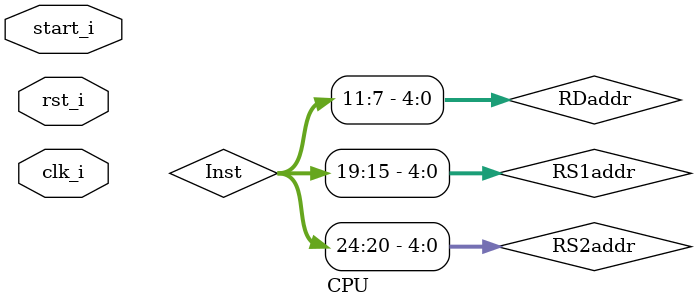
<source format=v>

module CPU
(
    clk_i, 
    rst_i,
    start_i
);

// Ports
input               clk_i;
input               rst_i;
input               start_i;
wire [31:0] Inst, RS1data, RS2data, RDdata, PCValueOld,PCValueNew, Imm, ALUInput2;
wire [4:0] RS1addr, RS2addr, RDaddr;
wire [2:0] ALUCtrl;
wire [1:0] ALUOp;
wire RegWrite, ALUSrc,Zero;

assign RS1addr=Inst[19:15];
assign RS2addr=Inst[24:20];
assign RDaddr=Inst[11:7];

Control Control(
    .Op_i       (Inst[6:0]),
    .ALUOp_o    (ALUOp),
    .ALUSrc_o   (ALUSrc),
    .RegWrite_o (RegWrite)
);


Adder Add_PC(
    .data1_in   (PCValueOld),
    .data2_in   (32'h0004),
    .data_o     (PCValueNew)
);


PC PC(
    .clk_i      (clk_i),
    .rst_i      (rst_i),
    .start_i    (start_i),
    .pc_i       (PCValueNew),
    .pc_o       (PCValueOld)
);


Instruction_Memory Instruction_Memory(
    .addr_i     (PCValueOld), 
    .instr_o    (Inst)
);

Registers Registers(
    .clk_i      (clk_i),
    .RS1addr_i   (RS1addr),
    .RS2addr_i   (RS2addr),
    .RDaddr_i   (RDaddr), 
    .RDdata_i   (RDdata),
    .RegWrite_i (RegWrite), 
    .RS1data_o   (RS1data), 
    .RS2data_o   (RS2data) 
);


MUX32 MUX_ALUSrc(
    .data1_i    (RS2data),
    .data2_i    (Imm),
    .select_i   (ALUSrc),
    .data_o     (ALUInput2)
);



Sign_Extend Sign_Extend(
    .data_i     (Inst[31:20]),
    .data_o     (Imm)
);

  

ALU ALU(
    .data1_i    (RS1data),
    .data2_i    (ALUInput2),
    .ALUCtrl_i  (ALUCtrl),
    .data_o     (RDdata),
    .Zero_o     (Zero)
);


ALU_Control ALU_Control(
    .funct_i    ({Inst[31:25],Inst[14:12]}),
    .ALUOp_i    (ALUOp),
    .ALUCtrl_o  (ALUCtrl)
);


endmodule


</source>
